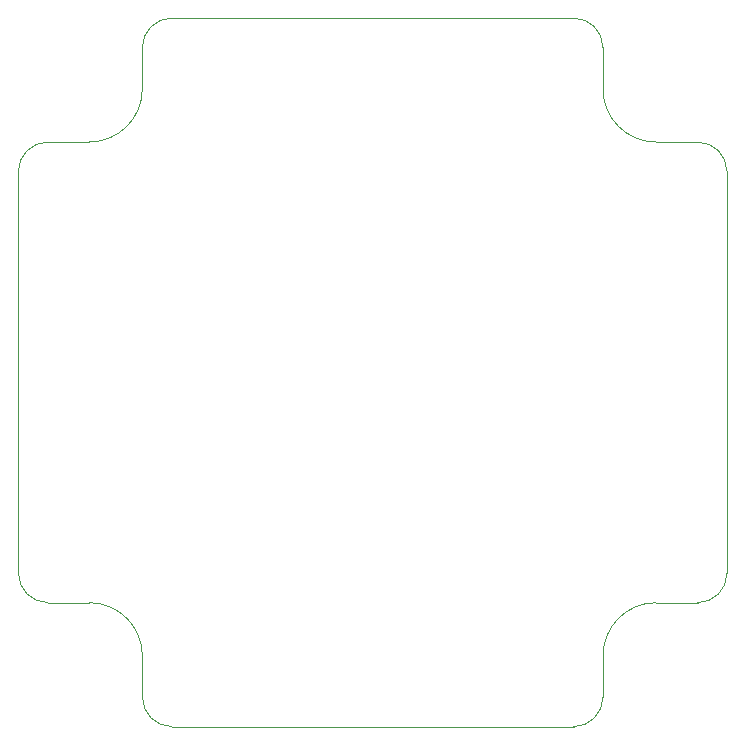
<source format=gbr>
%TF.GenerationSoftware,KiCad,Pcbnew,8.0.6*%
%TF.CreationDate,2025-12-29T11:58:41+02:00*%
%TF.ProjectId,TMCM_1260_alternative,544d434d-5f31-4323-9630-5f616c746572,rev?*%
%TF.SameCoordinates,Original*%
%TF.FileFunction,Profile,NP*%
%FSLAX46Y46*%
G04 Gerber Fmt 4.6, Leading zero omitted, Abs format (unit mm)*
G04 Created by KiCad (PCBNEW 8.0.6) date 2025-12-29 11:58:41*
%MOMM*%
%LPD*%
G01*
G04 APERTURE LIST*
%TA.AperFunction,Profile*%
%ADD10C,0.100000*%
%TD*%
G04 APERTURE END LIST*
D10*
X80500000Y-124007800D02*
X80500000Y-127498791D01*
X72500000Y-119498791D02*
X76000000Y-119498791D01*
X80500000Y-72498800D02*
X80500000Y-75998800D01*
X106590000Y-69998791D02*
X93410000Y-69998791D01*
X75991515Y-80498791D02*
X72500000Y-80498791D01*
X70000000Y-82998800D02*
X70000000Y-116998791D01*
X124000000Y-80498791D02*
G75*
G02*
X119500009Y-75998791I0J4499991D01*
G01*
X93410000Y-69998791D02*
X83000000Y-69998791D01*
X124000000Y-119498791D02*
X127506324Y-119498791D01*
X130000000Y-116998800D02*
X130000000Y-82991729D01*
X119500000Y-123998800D02*
G75*
G02*
X124000000Y-119498800I4500000J0D01*
G01*
X83000000Y-129998791D02*
X117006324Y-129998791D01*
X72500000Y-119498791D02*
G75*
G02*
X70006211Y-116998801I2400J2496191D01*
G01*
X83000000Y-129998791D02*
G75*
G02*
X80500009Y-127498791I0J2499991D01*
G01*
X119500000Y-127498800D02*
G75*
G02*
X117006324Y-129998792I-2500000J0D01*
G01*
X76000000Y-119498791D02*
G75*
G02*
X80500000Y-124007800I0J-4500009D01*
G01*
X119500000Y-75998791D02*
X119500000Y-72491729D01*
X117000000Y-69998791D02*
X106590000Y-69998791D01*
X80500000Y-72498800D02*
G75*
G02*
X83000000Y-69998800I2500000J0D01*
G01*
X80500000Y-75998800D02*
G75*
G02*
X75991515Y-80498792I-4500000J0D01*
G01*
X119500000Y-127498800D02*
X119500000Y-123998800D01*
X117000000Y-69998791D02*
G75*
G02*
X119499999Y-72491729I0J-2500009D01*
G01*
X127500000Y-80498791D02*
X124000000Y-80498791D01*
X130001676Y-117007009D02*
G75*
G02*
X127508000Y-119506968I-2499976J9D01*
G01*
X70000000Y-82998800D02*
G75*
G02*
X72500000Y-80498800I2500000J0D01*
G01*
X127500000Y-80498791D02*
G75*
G02*
X129999999Y-82991729I0J-2500009D01*
G01*
M02*

</source>
